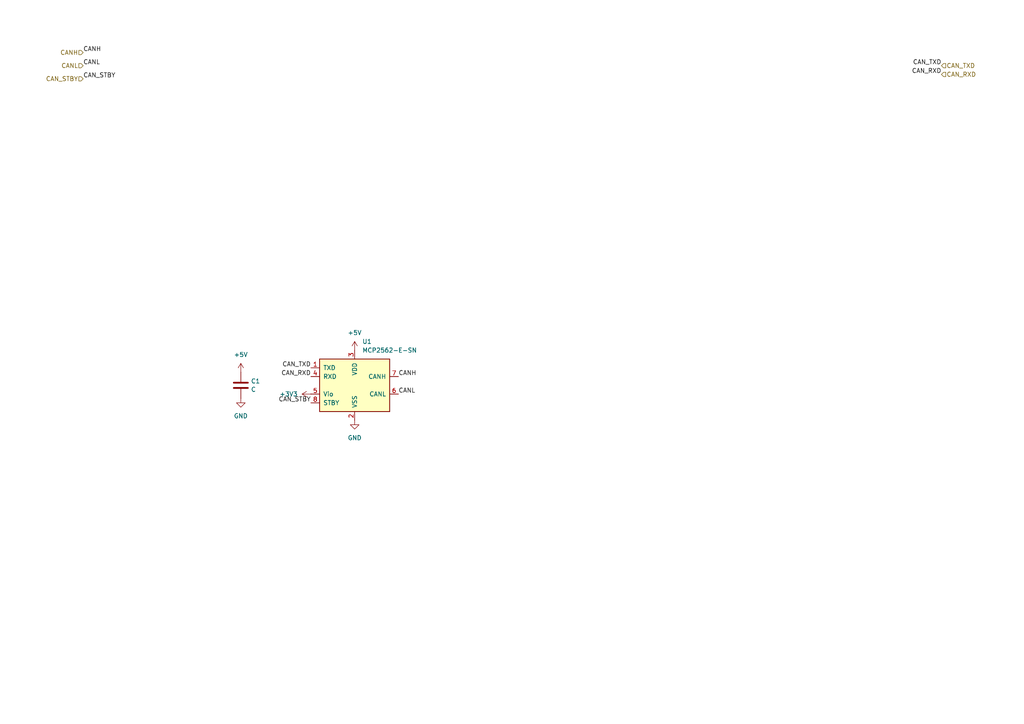
<source format=kicad_sch>
(kicad_sch (version 20231120) (generator "eeschema") (generator_version "8.0")
  (paper "A4")
  (lib_symbols
    (symbol "Device:C" (pin_numbers hide) (pin_names (offset 0.254))
      (property "Reference" "C" (at 0.635 2.54 0))
      (property "Value" "C" (at 0.635 -2.54 0))
      (symbol "C_0_1"
        (polyline (pts (xy -2.032 -0.762) (xy 2.032 -0.762)) (stroke (width 0.508)))
        (polyline (pts (xy -2.032 0.762) (xy 2.032 0.762)) (stroke (width 0.508)))
      )
      (symbol "C_1_1"
        (pin passive line (at 0 3.81 270) (length 2.794) (name "~") (number "1"))
        (pin passive line (at 0 -3.81 90) (length 2.794) (name "~") (number "2"))
      )
    )
    (symbol "Interface_CAN_LIN:MCP2562-E-SN" (pin_names (offset 1.016))
      (property "Reference" "U" (at -10.16 8.89 0))
      (property "Value" "MCP2562-E-SN" (at 2.54 8.89 0))
      (symbol "MCP2562-E-SN_0_1"
        (rectangle (start -10.16 7.62) (end 10.16 -7.62) (stroke (width 0.254)) (fill (type background)))
      )
      (symbol "MCP2562-E-SN_1_1"
        (pin input line (at -12.7 5.08 0) (length 2.54) (name "TXD") (number "1"))
        (pin power_in line (at 0 -10.16 90) (length 2.54) (name "VSS") (number "2"))
        (pin power_in line (at 0 10.16 270) (length 2.54) (name "VDD") (number "3"))
        (pin output line (at -12.7 2.54 0) (length 2.54) (name "RXD") (number "4"))
        (pin power_in line (at -12.7 -2.54 0) (length 2.54) (name "Vio") (number "5"))
        (pin bidirectional line (at 12.7 -2.54 180) (length 2.54) (name "CANL") (number "6"))
        (pin bidirectional line (at 12.7 2.54 180) (length 2.54) (name "CANH") (number "7"))
        (pin input line (at -12.7 -5.08 0) (length 2.54) (name "STBY") (number "8"))
      )
    )
    (symbol "power:+3V3" (power) (pin_numbers hide) (pin_names (offset 0) hide)
      (property "Value" "+3V3" (at 0 3.556 0))
      (symbol "+3V3_0_1"
        (polyline (pts (xy -0.762 1.27) (xy 0 2.54)))
        (polyline (pts (xy 0 0) (xy 0 2.54)))
        (polyline (pts (xy 0 2.54) (xy 0.762 1.27)))
      )
      (symbol "+3V3_1_1"
        (pin power_in line (at 0 0 90) (length 0) (name "~") (number "1"))
      )
    )
    (symbol "power:+5V" (power) (pin_numbers hide) (pin_names (offset 0) hide)
      (property "Value" "+5V" (at 0 3.556 0))
      (symbol "+5V_0_1"
        (polyline (pts (xy -0.762 1.27) (xy 0 2.54)))
        (polyline (pts (xy 0 0) (xy 0 2.54)))
        (polyline (pts (xy 0 2.54) (xy 0.762 1.27)))
      )
      (symbol "+5V_1_1"
        (pin power_in line (at 0 0 90) (length 0) (name "~") (number "1"))
      )
    )
    (symbol "power:GND" (power) (pin_numbers hide) (pin_names (offset 0) hide)
      (property "Value" "GND" (at 0 -3.81 0))
      (symbol "GND_0_1"
        (polyline (pts (xy 0 0) (xy 0 -1.27) (xy 1.27 -1.27) (xy 0 -2.54) (xy -1.27 -1.27) (xy 0 -1.27)))
      )
      (symbol "GND_1_1"
        (pin power_in line (at 0 0 270) (length 0) (name "~") (number "1"))
      )
    )
  )
  (label "CANL" (at 115.57 114.3 0))
  (label "CAN_TXD" (at 273.05 19.05 180))
  (label "CAN_RXD" (at 90.17 109.22 180))
  (label "CANH" (at 115.57 109.22 0))
  (label "CANH" (at 24.13 15.24 0))
  (label "CAN_TXD" (at 90.17 106.68 180))
  (label "CANL" (at 24.13 19.05 0))
  (label "CAN_STBY" (at 90.17 116.84 180))
  (label "CAN_RXD" (at 273.05 21.59 180))
  (label "CAN_STBY" (at 24.13 22.86 0))
  (hierarchical_label "CAN_RXD" (shape input) (at 273.05 21.59 0))
  (hierarchical_label "CANH" (shape input) (at 24.13 15.24 180))
  (hierarchical_label "CAN_STBY" (shape input) (at 24.13 22.86 180))
  (hierarchical_label "CANL" (shape input) (at 24.13 19.05 180))
  (hierarchical_label "CAN_TXD" (shape input) (at 273.05 19.05 0))
  (symbol (lib_id "power:+3V3") (at 90.17 114.3 90) (unit 1)
    (property "Reference" "#PWR02" (effects (hide yes)))
    (property "Value" "+3V3" (at 86.36 114.2999 90) (effects (justify left)))
    (property "Description" "Power symbol creates a global label with name \"+3V3\"" (effects (hide yes)))
  )
  (symbol (lib_id "power:GND") (at 102.87 121.92 0) (unit 1)
    (property "Reference" "#PWR04" (effects (hide yes)))
    (property "Value" "GND" (at 102.87 127 0))
    (property "Description" "Power symbol creates a global label with name \"GND\" , ground" (effects (hide yes)))
  )
  (symbol (lib_id "Interface_CAN_LIN:MCP2562-E-SN") (at 102.87 111.76 0) (unit 1)
    (property "Reference" "U1" (at 105.0641 99.06 0) (effects (justify left)))
    (property "Value" "MCP2562-E-SN" (at 105.0641 101.6 0) (effects (justify left)))
    (property "Footprint" "Package_SO:SOIC-8_3.9x4.9mm_P1.27mm" (effects (hide yes)))
    (property "Datasheet" "http://ww1.microchip.com/downloads/en/DeviceDoc/25167A.pdf" (effects (hide yes)))
    (property "Description" "High-Speed CAN Transceiver, 1Mbps, 5V supply, Vio pin, -40C to +125C, SOIC-8" (effects (hide yes)))
  )
  (symbol (lib_id "power:GND") (at 69.85 115.57 0) (unit 1)
    (property "Reference" "#PWR06" (effects (hide yes)))
    (property "Value" "GND" (at 69.85 120.65 0))
    (property "Description" "Power symbol creates a global label with name \"GND\" , ground" (effects (hide yes)))
  )
  (symbol (lib_id "power:+5V") (at 102.87 101.6 0) (unit 1)
    (property "Reference" "#PWR03" (effects (hide yes)))
    (property "Value" "+5V" (at 102.87 96.52 0))
    (property "Description" "Power symbol creates a global label with name \"+5V\"" (effects (hide yes)))
  )
  (symbol (lib_id "Device:C") (at 69.85 111.76 0) (unit 1)
    (property "Reference" "C1" (at 72.771 110.5478 0) (effects (justify left)))
    (property "Value" "C" (at 72.771 112.9721 0) (effects (justify left)))
    (property "Footprint" "Capacitor_SMD:C_0402_1005Metric_Pad0.74x0.62mm_HandSolder" (effects (hide yes)))
    (property "Description" "Unpolarized capacitor" (effects (hide yes)))
  )
  (symbol (lib_id "power:+5V") (at 69.85 107.95 0) (unit 1)
    (property "Reference" "#PWR05" (effects (hide yes)))
    (property "Value" "+5V" (at 69.85 102.87 0))
    (property "Description" "Power symbol creates a global label with name \"+5V\"" (effects (hide yes)))
  )
)
</source>
